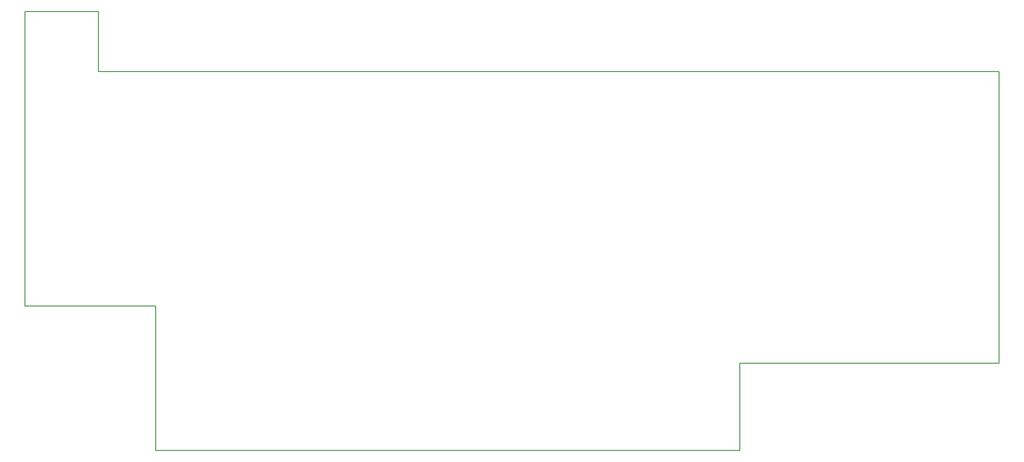
<source format=gko>
G04 Layer_Color=16711935*
%FSLAX25Y25*%
%MOIN*%
G70*
G01*
G75*
%ADD10C,0.00787*%
D10*
X-135827Y13780D02*
Y226378D01*
Y13780D02*
X-41339D01*
Y-90551D02*
Y13780D01*
X566929Y-27559D02*
Y158661D01*
X379921Y-27559D02*
X566929D01*
X379921Y-90551D02*
Y-27559D01*
X-41339Y-90551D02*
X379921D01*
X566929Y158661D02*
Y183071D01*
X-82677D02*
X566929D01*
X-82677D02*
Y226378D01*
X-135827D02*
X-82677D01*
M02*

</source>
